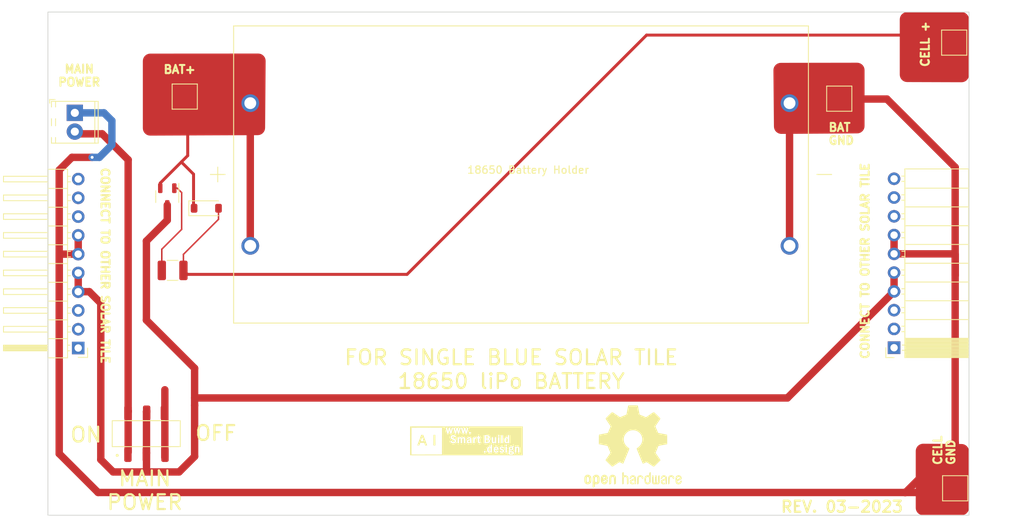
<source format=kicad_pcb>
(kicad_pcb (version 20221018) (generator pcbnew)
  (layers (0 "F.Cu" signal) (31 "B.Cu" signal) (34 "B.Paste" user) (35 "F.Paste" user) (36 "B.SilkS" user "B.Silkscreen") (37 "F.SilkS" user "F.Silkscreen") (38 "B.Mask" user) (39 "F.Mask" user) (44 "Edge.Cuts" user))
  (net 0 "")
  (net 1 "BAT+")
  (net 2 "Net-(D1-A)")
  (net 6 "PWR")
  (net 7 "GND")
  (net 17 "PWR_HOME")
  (net 18 "Net-(Q1-B)")
  (net 19 "Net-(S1-Pad5)")
  (footprint "AeonLabs Logos:smart build design" (layer "F.Cu") (at 165.77 123.7)
    (fp_text reference "G***" hide)
    (fp_text value "LOGO" hide)
  )
  (footprint "Package_TO_SOT_SMD:SOT-23-3" (layer "F.Cu") (at 125.33 90.6625 -90)
    (fp_text reference "Q1" hide)
    (fp_text value "S8550" hide)
    (pad "1" smd roundrect (at -1.1375 -0.95 270) (size 1.325 0.6) (layers "F.Cu" "F.Paste" "F.Mask") (net 18 "Net-(Q1-B)"))
    (pad "2" smd roundrect (at -1.1375 0.95 270) (size 1.325 0.6) (layers "F.Cu" "F.Paste" "F.Mask") (net 1 "BAT+"))
    (pad "3" smd roundrect (at 1.1375 0 270) (size 1.325 0.6) (layers "F.Cu" "F.Paste" "F.Mask") (net 6 "PWR"))
  )
  (footprint "TestPoint:TestPoint_Pad_3.0x3.0mm" (layer "F.Cu") (at 216.17 77.41)
    (fp_text reference "TPBAT_NEG1" hide)
    (fp_text value "BAT-" hide)
    (pad "1" smd rect (at 0 0) (size 3 3) (layers "F.Cu" "F.Mask") (net 7 "GND"))
  )
  (footprint "Symbol:OSHW-Logo2_14.6x12mm_SilkScreen" (layer "F.Cu") (at 188.29 124.46)
    (fp_text reference "REF**" hide)
    (fp_text value "OSHW-Logo2_14.6x12mm_SilkScreen" hide)
  )
  (footprint "Connector_PinHeader_2.54mm:PinHeader_1x10_P2.54mm_Horizontal" (layer "F.Cu") (at 113.29 111.15 180)
    (fp_text reference "J2" hide)
    (fp_text value "Conn_01x10_Pin" hide)
    (pad "1" thru_hole rect (at 0 0 180) (size 1.7 1.7) (drill 1) (layers "*.Cu" "*.Mask"))
    (pad "2" thru_hole oval (at 0 2.54 180) (size 1.7 1.7) (drill 1) (layers "*.Cu" "*.Mask"))
    (pad "3" thru_hole oval (at 0 5.08 180) (size 1.7 1.7) (drill 1) (layers "*.Cu" "*.Mask"))
    (pad "4" thru_hole oval (at 0 7.62 180) (size 1.7 1.7) (drill 1) (layers "*.Cu" "*.Mask") (net 6 "PWR"))
    (pad "5" thru_hole oval (at 0 10.16 180) (size 1.7 1.7) (drill 1) (layers "*.Cu" "*.Mask") (net 6 "PWR"))
    (pad "6" thru_hole oval (at 0 12.7 180) (size 1.7 1.7) (drill 1) (layers "*.Cu" "*.Mask") (net 7 "GND"))
    (pad "7" thru_hole oval (at 0 15.24 180) (size 1.7 1.7) (drill 1) (layers "*.Cu" "*.Mask") (net 7 "GND"))
    (pad "8" thru_hole oval (at 0 17.78 180) (size 1.7 1.7) (drill 1) (layers "*.Cu" "*.Mask"))
    (pad "9" thru_hole oval (at 0 20.32 180) (size 1.7 1.7) (drill 1) (layers "*.Cu" "*.Mask"))
    (pad "10" thru_hole oval (at 0 22.86 180) (size 1.7 1.7) (drill 1) (layers "*.Cu" "*.Mask"))
  )
  (footprint "Battery:2x 18650 Battery holder BAT_BK-18650-PC4" (layer "F.Cu") (at 173.15 87.67)
    (fp_text reference "BT3" hide)
    (fp_text value "BK-18650-PC4" hide)
    (pad "" np_thru_hole circle (at -27.81 -9.65) (size 3.2 3.2) (drill 3.2) (layers "*.Cu" "*.Mask"))
    (pad "" np_thru_hole circle (at -27.81 9.65) (size 3.2 3.2) (drill 3.2) (layers "*.Cu" "*.Mask"))
    (pad "" np_thru_hole circle (at 27.81 -9.65) (size 3.2 3.2) (drill 3.2) (layers "*.Cu" "*.Mask"))
    (pad "" np_thru_hole circle (at 27.81 9.65) (size 3.2 3.2) (drill 3.2) (layers "*.Cu" "*.Mask"))
    (pad "1+" thru_hole circle (at -36.6 -9.65) (size 2.4 2.4) (drill 1.6) (layers "*.Cu" "*.Mask") (net 1 "BAT+"))
    (pad "1-" thru_hole circle (at 36.3 -9.65) (size 2.4 2.4) (drill 1.6) (layers "*.Cu" "*.Mask") (net 7 "GND"))
    (pad "2+" thru_hole circle (at -36.6 9.65) (size 2.4 2.4) (drill 1.6) (layers "*.Cu" "*.Mask") (net 1 "BAT+"))
    (pad "2-" thru_hole circle (at 36.3 9.65) (size 2.4 2.4) (drill 1.6) (layers "*.Cu" "*.Mask") (net 7 "GND"))
  )
  (footprint "Button_Switch_THT:Toggle Switch 2 pos PCB  MSS-22D18G2 2P2T" (layer "F.Cu") (at 124.39 132.71)
    (fp_text reference "S1" hide)
    (fp_text value "MHSS1104" hide)
    (pad "1" smd roundrect (at -4.38 -7.14) (size 1 2) (layers "F.Cu" "F.Paste" "F.Mask") (net 17 "PWR_HOME"))
    (pad "2" smd roundrect (at -4.38 -12.78) (size 1 2) (layers "F.Cu" "F.Paste" "F.Mask") (net 17 "PWR_HOME"))
    (pad "3" smd roundrect (at -1.89 -7.15) (size 1 2) (layers "F.Cu" "F.Paste" "F.Mask") (net 6 "PWR"))
    (pad "4" smd roundrect (at -1.85 -12.78) (size 1 2) (layers "F.Cu" "F.Paste" "F.Mask") (net 6 "PWR"))
    (pad "5" smd roundrect (at 0.63 -7.14) (size 1 2) (layers "F.Cu" "F.Paste" "F.Mask") (net 19 "Net-(S1-Pad5)"))
    (pad "6" smd roundrect (at 0.55 -12.77) (size 1 2) (layers "F.Cu" "F.Paste" "F.Mask") (net 19 "Net-(S1-Pad5)"))
  )
  (footprint "TestPoint:TestPoint_Pad_3.0x3.0mm" (layer "F.Cu") (at 231.84 130.13)
    (fp_text reference "TPSC_NEG1" hide)
    (fp_text value "SC-" hide)
    (pad "1" smd rect (at 0 0) (size 3 3) (layers "F.Cu" "F.Mask") (net 7 "GND"))
  )
  (footprint "Connector_PinSocket_2.54mm:PinSocket_1x10_P2.54mm_Horizontal" (layer "F.Cu") (at 223.58 111.11 180)
    (fp_text reference "J1" hide)
    (fp_text value "Conn_01x10_Socket" hide)
    (pad "1" thru_hole rect (at 0 0 180) (size 1.7 1.7) (drill 1) (layers "*.Cu" "*.Mask"))
    (pad "2" thru_hole oval (at 0 2.54 180) (size 1.7 1.7) (drill 1) (layers "*.Cu" "*.Mask"))
    (pad "3" thru_hole oval (at 0 5.08 180) (size 1.7 1.7) (drill 1) (layers "*.Cu" "*.Mask"))
    (pad "4" thru_hole oval (at 0 7.62 180) (size 1.7 1.7) (drill 1) (layers "*.Cu" "*.Mask") (net 6 "PWR"))
    (pad "5" thru_hole oval (at 0 10.16 180) (size 1.7 1.7) (drill 1) (layers "*.Cu" "*.Mask") (net 6 "PWR"))
    (pad "6" thru_hole oval (at 0 12.7 180) (size 1.7 1.7) (drill 1) (layers "*.Cu" "*.Mask") (net 7 "GND"))
    (pad "7" thru_hole oval (at 0 15.24 180) (size 1.7 1.7) (drill 1) (layers "*.Cu" "*.Mask") (net 7 "GND"))
    (pad "8" thru_hole oval (at 0 17.78 180) (size 1.7 1.7) (drill 1) (layers "*.Cu" "*.Mask"))
    (pad "9" thru_hole oval (at 0 20.32 180) (size 1.7 1.7) (drill 1) (layers "*.Cu" "*.Mask"))
    (pad "10" thru_hole oval (at 0 22.86 180) (size 1.7 1.7) (drill 1) (layers "*.Cu" "*.Mask"))
  )
  (footprint "Diode_SMD:D_SOD-123" (layer "F.Cu") (at 130.6025 92.24)
    (fp_text reference "D1" hide)
    (fp_text value "1N5712" hide)
    (pad "1" smd roundrect (at -1.65 0) (size 0.9 1.2) (layers "F.Cu" "F.Paste" "F.Mask") (net 1 "BAT+"))
    (pad "2" smd roundrect (at 1.65 0) (size 0.9 1.2) (layers "F.Cu" "F.Paste" "F.Mask") (net 2 "Net-(D1-A)"))
  )
  (footprint "TerminalBlock_Phoenix:TerminalBlock_Phoenix_MPT-0,5-2-2.54_1x02_P2.54mm_Horizontal" (layer "F.Cu") (at 112.83 79.33 -90)
    (fp_text reference "J3" hide)
    (fp_text value "Screw_Terminal_01x02" hide)
    (pad "" np_thru_hole circle (at 0 2.54 270) (size 1.1 1.1) (drill 1.1) (layers "*.Cu" "*.Mask"))
    (pad "" np_thru_hole circle (at 2.54 2.54 270) (size 1.1 1.1) (drill 1.1) (layers "*.Cu" "*.Mask"))
    (pad "1" thru_hole rect (at 0 0 270) (size 2.2 2.2) (drill 1.1) (layers "*.Cu" "*.Mask") (net 7 "GND"))
    (pad "2" thru_hole circle (at 2.54 0 270) (size 2.2 2.2) (drill 1.1) (layers "*.Cu" "*.Mask") (net 17 "PWR_HOME"))
  )
  (footprint "TestPoint:TestPoint_Pad_3.0x3.0mm" (layer "F.Cu") (at 231.71 69.83)
    (fp_text reference "SC_POS1" hide)
    (fp_text value "SC+" hide)
    (pad "1" smd rect (at 0 0) (size 3 3) (layers "F.Cu" "F.Mask") (net 2 "Net-(D1-A)"))
  )
  (footprint "TestPoint:TestPoint_Pad_3.0x3.0mm" (layer "F.Cu") (at 127.69 77.13)
    (fp_text reference "BAT_POS2" hide)
    (fp_text value "BAT+" hide)
    (pad "1" smd rect (at 0 0) (size 3 3) (layers "F.Cu" "F.Mask") (net 1 "BAT+"))
  )
  (footprint "Resistor_SMD:R_1210_3225Metric" (layer "F.Cu") (at 126.05 100.65 180)
    (fp_text reference "R1" hide)
    (fp_text value "5K6" hide)
    (pad "1" smd roundrect (at -1.4625 0 180) (size 1.125 2.65) (layers "F.Cu" "F.Paste" "F.Mask") (roundrect_rratio 0.2222222222) (net 2 "Net-(D1-A)"))
    (pad "2" smd roundrect (at 1.4625 0 180) (size 1.125 2.65) (layers "F.Cu" "F.Paste" "F.Mask") (roundrect_rratio 0.2222222222) (net 18 "Net-(Q1-B)"))
  )
  (gr_rect (start 109.19 65.69) (end 233.71 133.78) (stroke (width 0.1)) (fill none) (layer "Edge.Cuts"))
  (gr_text "ON" (at 112.06 124.06) (layer "F.SilkS") (effects (font (size 2 2) (thickness 0.3) bold) (justify left bottom)))
  (gr_text "MAIN\nPOWER" (at 122.29 133.2) (layer "F.SilkS") (effects (font (size 2 2) (thickness 0.3) bold) (justify bottom)))
  (gr_text "CELL +" (at 228.43 73.25 90) (layer "F.SilkS") (effects (font (size 1.1 1.1) (thickness 0.275) bold) (justify left bottom)))
  (gr_text "CONNECT TO OTHER SOLAR TILE" (at 220.3 112.78 90) (layer "F.SilkS") (effects (font (size 1.1 1.1) (thickness 0.275) bold) (justify left bottom)))
  (gr_text "CONNECT TO OTHER SOLAR TILE" (at 116.28 86.61 -90) (layer "F.SilkS") (effects (font (size 1.1 1.1) (thickness 0.275) bold) (justify left bottom)))
  (gr_text "BAT\nGND" (at 214.59 83.71) (layer "F.SilkS") (effects (font (size 1.1 1.1) (thickness 0.275) bold) (justify left bottom)))
  (gr_text "OFF" (at 128.94 123.84) (layer "F.SilkS") (effects (font (size 2 2) (thickness 0.3) bold) (justify left bottom)))
  (gr_text "MAIN\nPOWER" (at 113.43 75.82) (layer "F.SilkS") (effects (font (size 1.1 1.1) (thickness 0.275) bold) (justify bottom)))
  (gr_text "BAT+" (at 124.69 74.1) (layer "F.SilkS") (effects (font (size 1.1 1.1) (thickness 0.275) bold) (justify left bottom)))
  (gr_text "CELL\nGND" (at 231.9 127.11 90) (layer "F.SilkS") (effects (font (size 1.1 1.1) (thickness 0.275) bold) (justify left bottom)))
  (gr_text "18650 Battery Holder\n" (at 165.8 87.64) (layer "F.SilkS") (effects (font (size 1 1)) (justify left bottom)))
  (gr_text "REV. 03-2023 " (at 208.13 133.51) (layer "F.SilkS") (effects (font (size 1.5 1.5) (thickness 0.3) bold) (justify left bottom)))
  (gr_text "FOR SINGLE BLUE SOLAR TILE\n18650 liPo BATTERY" (at 171.83 116.82) (layer "F.SilkS") (effects (font (size 2 2) (thickness 0.3) bold) (justify bottom)))
  (segment (start 128.88 87.63) (end 128.88 92.1675) (width 0.4) (layer "F.Cu") (net 1))
  (segment (start 128.09 77.87) (end 128.09 85.12) (width 0.4) (layer "F.Cu") (net 1))
  (segment (start 135.9 78.13) (end 134.83 77.06) (width 0.4) (layer "F.Cu") (net 1))
  (segment (start 128.88 92.1675) (end 128.9525 92.24) (width 0.4) (layer "F.Cu") (net 1))
  (segment (start 134.83 77.06) (end 127.28 77.06) (width 0.4) (layer "F.Cu") (net 1))
  (segment (start 124.38 88.83) (end 124.38 89.525) (width 0.4) (layer "F.Cu") (net 1))
  (segment (start 127.28 77.06) (end 128.09 77.87) (width 0.4) (layer "F.Cu") (net 1))
  (segment (start 127.23 85.98) (end 128.88 87.63) (width 0.4) (layer "F.Cu") (net 1))
  (segment (start 128.09 85.12) (end 124.38 88.83) (width 0.4) (layer "F.Cu") (net 1))
  (segment (start 136.55 97.32) (end 136.55 78.02) (width 1) (layer "F.Cu") (net 1))
  (segment (start 127.5125 98.4775) (end 127.5125 100.65) (width 0.2) (layer "F.Cu") (net 2))
  (segment (start 157.74 101.19) (end 128.0525 101.19) (width 0.4) (layer "F.Cu") (net 2))
  (segment (start 132.2525 93.7375) (end 127.5125 98.4775) (width 0.2) (layer "F.Cu") (net 2))
  (segment (start 231.71 69.83) (end 230.69 68.81) (width 0.4) (layer "F.Cu") (net 2))
  (segment (start 230.69 68.81) (end 190.12 68.81) (width 0.4) (layer "F.Cu") (net 2))
  (segment (start 132.2525 92.24) (end 132.2525 93.7375) (width 0.2) (layer "F.Cu") (net 2))
  (segment (start 128.0525 101.19) (end 127.5125 100.65) (width 0.4) (layer "F.Cu") (net 2))
  (segment (start 190.12 68.81) (end 157.74 101.19) (width 0.4) (layer "F.Cu") (net 2))
  (segment (start 113.29 100.99) (end 113.29 103.53) (width 1) (layer "F.Cu") (net 6))
  (segment (start 126.93 127.92) (end 129.0225 125.8275) (width 1) (layer "F.Cu") (net 6))
  (segment (start 125.33 93.85) (end 125.33 91.8) (width 1) (layer "F.Cu") (net 6))
  (segment (start 209.16 117.91) (end 223.58 103.49) (width 1) (layer "F.Cu") (net 6))
  (segment (start 129.0225 118.91) (end 129.0225 113.8925) (width 1) (layer "F.Cu") (net 6))
  (segment (start 113.29 103.53) (end 114.79 103.53) (width 1) (layer "F.Cu") (net 6))
  (segment (start 116.34 105.08) (end 116.34 126.25) (width 1) (layer "F.Cu") (net 6))
  (segment (start 129.0225 125.8275) (end 129.0225 118.91) (width 1) (layer "F.Cu") (net 6))
  (segment (start 114.79 103.53) (end 116.34 105.08) (width 1) (layer "F.Cu") (net 6))
  (segment (start 122.52 125.35) (end 122.52 119.76) (width 1) (layer "F.Cu") (net 6))
  (segment (start 122.51 107.38) (end 122.51 96.67) (width 1) (layer "F.Cu") (net 6))
  (segment (start 122.52 127.77) (end 122.52 125.35) (width 1) (layer "F.Cu") (net 6))
  (segment (start 223.58 100.95) (end 223.58 103.49) (width 1) (layer "F.Cu") (net 6))
  (segment (start 116.34 126.25) (end 118.01 127.92) (width 1) (layer "F.Cu") (net 6))
  (segment (start 129.0225 117.91) (end 209.16 117.91) (width 1) (layer "F.Cu") (net 6))
  (segment (start 129.0225 113.8925) (end 122.51 107.38) (width 1) (layer "F.Cu") (net 6))
  (segment (start 122.51 96.67) (end 125.33 93.85) (width 1) (layer "F.Cu") (net 6))
  (segment (start 122.52 119.76) (end 122.56 119.72) (width 1) (layer "F.Cu") (net 6))
  (segment (start 118.01 127.92) (end 126.93 127.92) (width 1) (layer "F.Cu") (net 6))
  (segment (start 231.27 130.7) (end 225.03 130.7) (width 1) (layer "F.Cu") (net 7))
  (segment (start 110.72 98.46) (end 110.73 98.45) (width 0.4) (layer "F.Cu") (net 7))
  (segment (start 231.77 98.41) (end 223.58 98.41) (width 1) (layer "F.Cu") (net 7))
  (segment (start 110.73 98.45) (end 113.29 98.45) (width 1) (layer "F.Cu") (net 7))
  (segment (start 110.72 102.2) (end 110.72 98.46) (width 1) (layer "F.Cu") (net 7))
  (segment (start 223.58 98.41) (end 223.58 95.87) (width 1) (layer "F.Cu") (net 7))
  (segment (start 231.84 123.99) (end 231.84 101.3) (width 1) (layer "F.Cu") (net 7))
  (segment (start 231.84 101.3) (end 231.84 86.69) (width 1) (layer "F.Cu") (net 7))
  (segment (start 110.72 125.45) (end 110.72 102.2) (width 1) (layer "F.Cu") (net 7))
  (segment (start 113.29 98.45) (end 113.29 95.91) (width 1) (layer "F.Cu") (net 7))
  (segment (start 231.84 101.3) (end 231.84 98.48) (width 1) (layer "F.Cu") (net 7))
  (segment (start 231.84 130.13) (end 231.27 130.7) (width 0.4) (layer "F.Cu") (net 7))
  (segment (start 231.84 130.13) (end 231.84 123.99) (width 1) (layer "F.Cu") (net 7))
  (segment (start 216.17 77.41) (end 209.52 77.41) (width 1) (layer "F.Cu") (net 7))
  (segment (start 222.61 77.46) (end 216.22 77.46) (width 1) (layer "F.Cu") (net 7))
  (segment (start 115.17 85.35) (end 115.14 85.29) (width 0.4) (layer "F.Cu") (net 7))
  (segment (start 231.84 86.69) (end 222.61 77.46) (width 1) (layer "F.Cu") (net 7))
  (segment (start 115.97 130.7) (end 110.72 125.45) (width 1) (layer "F.Cu") (net 7))
  (segment (start 216.22 77.46) (end 216.17 77.41) (width 1) (layer "F.Cu") (net 7))
  (segment (start 209.52 77.41) (end 208.8 78.13) (width 1) (layer "F.Cu") (net 7))
  (segment (start 110.72 102.2) (end 110.72 87.07) (width 1) (layer "F.Cu") (net 7))
  (segment (start 231.84 98.48) (end 231.77 98.41) (width 0.4) (layer "F.Cu") (net 7))
  (segment (start 209.45 78.02) (end 209.45 97.32) (width 1) (layer "F.Cu") (net 7))
  (segment (start 225.03 130.7) (end 225.13 130.7) (width 1) (layer "F.Cu") (net 7))
  (segment (start 225.03 130.7) (end 115.97 130.7) (width 1) (layer "F.Cu") (net 7))
  (segment (start 112.44 85.35) (end 115.17 85.35) (width 1) (layer "F.Cu") (net 7))
  (segment (start 110.72 87.07) (end 112.44 85.35) (width 1) (layer "F.Cu") (net 7))
  (segment (start 225.13 130.7) (end 231.84 123.99) (width 1) (layer "F.Cu") (net 7))
  (via (at 115.17 85.35) (size 0.8) (drill 0.4) (layers "F.Cu" "B.Cu") (net 7))
  (segment (start 115.17 85.35) (end 116.15 85.35) (width 1) (layer "B.Cu") (net 7))
  (segment (start 117.84 83.66) (end 117.84 80.4) (width 1) (layer "B.Cu") (net 7))
  (segment (start 116.15 85.35) (end 117.84 83.66) (width 1) (layer "B.Cu") (net 7))
  (segment (start 117.84 80.4) (end 116.77 79.33) (width 1) (layer "B.Cu") (net 7))
  (segment (start 116.77 79.33) (end 112.83 79.33) (width 1) (layer "B.Cu") (net 7))
  (segment (start 120.04 119.71) (end 120.05 119.72) (width 1) (layer "F.Cu") (net 17))
  (segment (start 120.04 85.68) (end 120.04 119.71) (width 1) (layer "F.Cu") (net 17))
  (segment (start 113.13 82.17) (end 116.53 82.17) (width 1) (layer "F.Cu") (net 17))
  (segment (start 116.53 82.17) (end 120.04 85.68) (width 1) (layer "F.Cu") (net 17))
  (segment (start 113.13 82.17) (end 112.83 81.87) (width 0.4) (layer "F.Cu") (net 17))
  (segment (start 120.04 119.71) (end 120.04 125.26) (width 1) (layer "F.Cu") (net 17))
  (segment (start 126.675 89.525) (end 126.28 89.525) (width 0.2) (layer "F.Cu") (net 18))
  (segment (start 127.27 90.12) (end 126.675 89.525) (width 0.2) (layer "F.Cu") (net 18))
  (segment (start 127.27 95.1) (end 127.27 90.12) (width 0.2) (layer "F.Cu") (net 18))
  (segment (start 124.5875 97.7825) (end 127.27 95.1) (width 0.2) (layer "F.Cu") (net 18))
  (segment (start 124.5875 100.65) (end 124.5875 97.7825) (width 0.2) (layer "F.Cu") (net 18))
  (segment (start 125 125.96) (end 125 116.8) (width 1) (layer "F.Cu") (net 19))
  (zone (net 2) (net_name "Net-(D1-A)") (layer "F.Cu") (connect_pads yes (clearance 0.5)) (min_thickness 0.25) (fill yes (thermal_gap 0.5) (thermal_bridge_width 0.5) (smoothing fillet) (radius 1))
    (polygon (pts (xy 224.35 64.06) (xy 224.35 75.16) (xy 238.92 75.21) (xy 239.01 64.17)))
  )
  (zone (net 7) (net_name "GND") (layer "F.Cu") (connect_pads yes (clearance 0.5)) (min_thickness 0.25) (fill yes (thermal_gap 0.5) (thermal_bridge_width 0.5) (smoothing fillet) (radius 1))
    (polygon (pts (xy 207.260129 72.564487) (xy 207.350129 82.184487) (xy 219.590129 82.104487) (xy 219.590129 72.544487)))
  )
  (zone (net 7) (net_name "GND") (layer "F.Cu") (connect_pads yes (clearance 0.5)) (min_thickness 0.25) (fill yes (thermal_gap 0.5) (thermal_bridge_width 0.5) (smoothing fillet) (radius 1))
    (polygon (pts (xy 226.509299 124.09348) (xy 226.509299 135.19348) (xy 241.079299 135.24348) (xy 241.169299 124.20348)))
  )
  (zone (net 1) (net_name "BAT+") (layer "F.Cu") (connect_pads yes (clearance 0.5)) (min_thickness 0.25) (fill yes (thermal_gap 0.5) (thermal_bridge_width 0.5) (smoothing fillet) (radius 1))
    (polygon (pts (xy 122.025151 71.315244) (xy 122.025151 82.415244) (xy 138.545151 82.345244) (xy 138.635151 71.305244)))
  )
)
</source>
